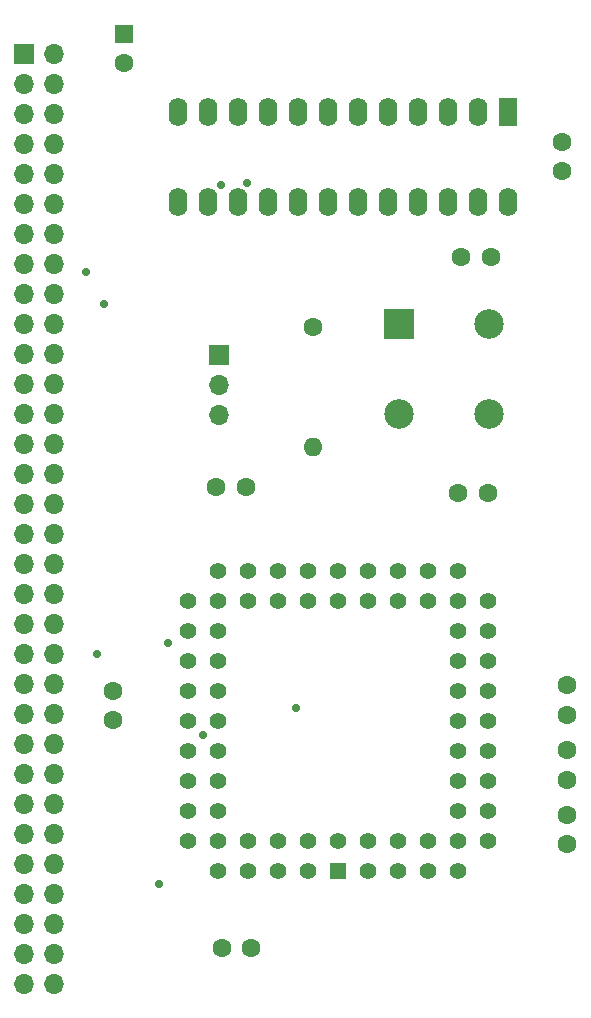
<source format=gbr>
%TF.GenerationSoftware,KiCad,Pcbnew,8.0.0*%
%TF.CreationDate,2024-03-03T08:39:44-05:00*%
%TF.ProjectId,Rosco-CoPro,526f7363-6f2d-4436-9f50-726f2e6b6963,rev?*%
%TF.SameCoordinates,Original*%
%TF.FileFunction,Soldermask,Top*%
%TF.FilePolarity,Negative*%
%FSLAX46Y46*%
G04 Gerber Fmt 4.6, Leading zero omitted, Abs format (unit mm)*
G04 Created by KiCad (PCBNEW 8.0.0) date 2024-03-03 08:39:44*
%MOMM*%
%LPD*%
G01*
G04 APERTURE LIST*
%ADD10C,1.600000*%
%ADD11R,1.700000X1.700000*%
%ADD12O,1.700000X1.700000*%
%ADD13O,1.600000X1.600000*%
%ADD14R,1.600000X2.400000*%
%ADD15O,1.600000X2.400000*%
%ADD16R,1.422400X1.422400*%
%ADD17C,1.422400*%
%ADD18R,1.600000X1.600000*%
%ADD19R,2.500000X2.500000*%
%ADD20C,2.500000*%
%ADD21C,0.700000*%
G04 APERTURE END LIST*
D10*
%TO.C,C3*%
X54750000Y-97000000D03*
X57250000Y-97000000D03*
%TD*%
D11*
%TO.C,J1*%
X55020000Y-85783300D03*
D12*
X55020000Y-88323300D03*
X55020000Y-90863300D03*
%TD*%
D10*
%TO.C,R1*%
X63000000Y-83420000D03*
D13*
X63000000Y-93580000D03*
%TD*%
D10*
%TO.C,C8*%
X84500000Y-119250000D03*
X84500000Y-121750000D03*
%TD*%
%TO.C,C5*%
X55250000Y-136000000D03*
X57750000Y-136000000D03*
%TD*%
%TO.C,C2*%
X75250000Y-97500000D03*
X77750000Y-97500000D03*
%TD*%
%TO.C,C6*%
X46000000Y-116750000D03*
X46000000Y-114250000D03*
%TD*%
D14*
%TO.C,IC2*%
X79480000Y-65220000D03*
D15*
X76940000Y-65220000D03*
X74400000Y-65220000D03*
X71860000Y-65220000D03*
X69320000Y-65220000D03*
X66780000Y-65220000D03*
X64240000Y-65220000D03*
X61700000Y-65220000D03*
X59160000Y-65220000D03*
X56620000Y-65220000D03*
X54080000Y-65220000D03*
X51540000Y-65220000D03*
X51540000Y-72840000D03*
X54080000Y-72840000D03*
X56620000Y-72840000D03*
X59160000Y-72840000D03*
X61700000Y-72840000D03*
X64240000Y-72840000D03*
X66780000Y-72840000D03*
X69320000Y-72840000D03*
X71860000Y-72840000D03*
X74400000Y-72840000D03*
X76940000Y-72840000D03*
X79480000Y-72840000D03*
%TD*%
D10*
%TO.C,C7*%
X84500000Y-116250000D03*
X84500000Y-113750000D03*
%TD*%
D16*
%TO.C,IC1*%
X65100000Y-129500000D03*
D17*
X65100000Y-126960000D03*
X67640000Y-129500000D03*
X67640000Y-126960000D03*
X70180000Y-129500000D03*
X70180000Y-126960000D03*
X72720000Y-129500000D03*
X72720000Y-126960000D03*
X75260000Y-129500000D03*
X77800000Y-126960000D03*
X75260000Y-126960000D03*
X77800000Y-124420000D03*
X75260000Y-124420000D03*
X77800000Y-121880000D03*
X75260000Y-121880000D03*
X77800000Y-119340000D03*
X75260000Y-119340000D03*
X77800000Y-116800000D03*
X75260000Y-116800000D03*
X77800000Y-114260000D03*
X75260000Y-114260000D03*
X77800000Y-111720000D03*
X75260000Y-111720000D03*
X77800000Y-109180000D03*
X75260000Y-109180000D03*
X77800000Y-106640000D03*
X75260000Y-104100000D03*
X75260000Y-106640000D03*
X72720000Y-104100000D03*
X72720000Y-106640000D03*
X70180000Y-104100000D03*
X70180000Y-106640000D03*
X67640000Y-104100000D03*
X67640000Y-106640000D03*
X65100000Y-104100000D03*
X65100000Y-106640000D03*
X62560000Y-104100000D03*
X62560000Y-106640000D03*
X60020000Y-104100000D03*
X60020000Y-106640000D03*
X57480000Y-104100000D03*
X57480000Y-106640000D03*
X54940000Y-104100000D03*
X52400000Y-106640000D03*
X54940000Y-106640000D03*
X52400000Y-109180000D03*
X54940000Y-109180000D03*
X52400000Y-111720000D03*
X54940000Y-111720000D03*
X52400000Y-114260000D03*
X54940000Y-114260000D03*
X52400000Y-116800000D03*
X54940000Y-116800000D03*
X52400000Y-119340000D03*
X54940000Y-119340000D03*
X52400000Y-121880000D03*
X54940000Y-121880000D03*
X52400000Y-124420000D03*
X54940000Y-124420000D03*
X52400000Y-126960000D03*
X54940000Y-129500000D03*
X54940000Y-126960000D03*
X57480000Y-129500000D03*
X57480000Y-126960000D03*
X60020000Y-129500000D03*
X60020000Y-126960000D03*
X62560000Y-129500000D03*
X62560000Y-126960000D03*
%TD*%
D18*
%TO.C,C9*%
X46930000Y-58624900D03*
D10*
X46930000Y-61124900D03*
%TD*%
%TO.C,C4*%
X84500000Y-127250000D03*
X84500000Y-124750000D03*
%TD*%
%TO.C,C1*%
X78020000Y-77500000D03*
X75520000Y-77500000D03*
%TD*%
D11*
%TO.C,BUS1*%
X38500000Y-60300000D03*
D12*
X41040000Y-60300000D03*
X38500000Y-62840000D03*
X41040000Y-62840000D03*
X38500000Y-65380000D03*
X41040000Y-65380000D03*
X38500000Y-67920000D03*
X41040000Y-67920000D03*
X38500000Y-70460000D03*
X41040000Y-70460000D03*
X38500000Y-73000000D03*
X41040000Y-73000000D03*
X38500000Y-75540000D03*
X41040000Y-75540000D03*
X38500000Y-78080000D03*
X41040000Y-78080000D03*
X38500000Y-80620000D03*
X41040000Y-80620000D03*
X38500000Y-83160000D03*
X41040000Y-83160000D03*
X38500000Y-85700000D03*
X41040000Y-85700000D03*
X38500000Y-88240000D03*
X41040000Y-88240000D03*
X38500000Y-90780000D03*
X41040000Y-90780000D03*
X38500000Y-93320000D03*
X41040000Y-93320000D03*
X38500000Y-95860000D03*
X41040000Y-95860000D03*
X38500000Y-98400000D03*
X41040000Y-98400000D03*
X38500000Y-100940000D03*
X41040000Y-100940000D03*
X38500000Y-103480000D03*
X41040000Y-103480000D03*
X38500000Y-106020000D03*
X41040000Y-106020000D03*
X38500000Y-108560000D03*
X41040000Y-108560000D03*
X38500000Y-111100000D03*
X41040000Y-111100000D03*
X38500000Y-113640000D03*
X41040000Y-113640000D03*
X38500000Y-116180000D03*
X41040000Y-116180000D03*
X38500000Y-118720000D03*
X41040000Y-118720000D03*
X38500000Y-121260000D03*
X41040000Y-121260000D03*
X38500000Y-123800000D03*
X41040000Y-123800000D03*
X38500000Y-126340000D03*
X41040000Y-126340000D03*
X38500000Y-128880000D03*
X41040000Y-128880000D03*
X38500000Y-131420000D03*
X41040000Y-131420000D03*
X38500000Y-133960000D03*
X41040000Y-133960000D03*
X38500000Y-136500000D03*
X41040000Y-136500000D03*
X38500000Y-139040000D03*
X41040000Y-139040000D03*
%TD*%
D10*
%TO.C,C10*%
X84000000Y-70250000D03*
X84000000Y-67750000D03*
%TD*%
D19*
%TO.C,X1*%
X70210000Y-83190000D03*
D20*
X70210000Y-90810000D03*
X77830000Y-90810000D03*
X77830000Y-83190000D03*
%TD*%
D21*
X45261700Y-81483100D03*
X55179800Y-71454400D03*
X57362200Y-71234300D03*
X61514400Y-115691300D03*
X43741200Y-78749400D03*
X53670000Y-117996400D03*
X50714500Y-110208100D03*
X44664400Y-111153800D03*
X49947600Y-130580000D03*
M02*

</source>
